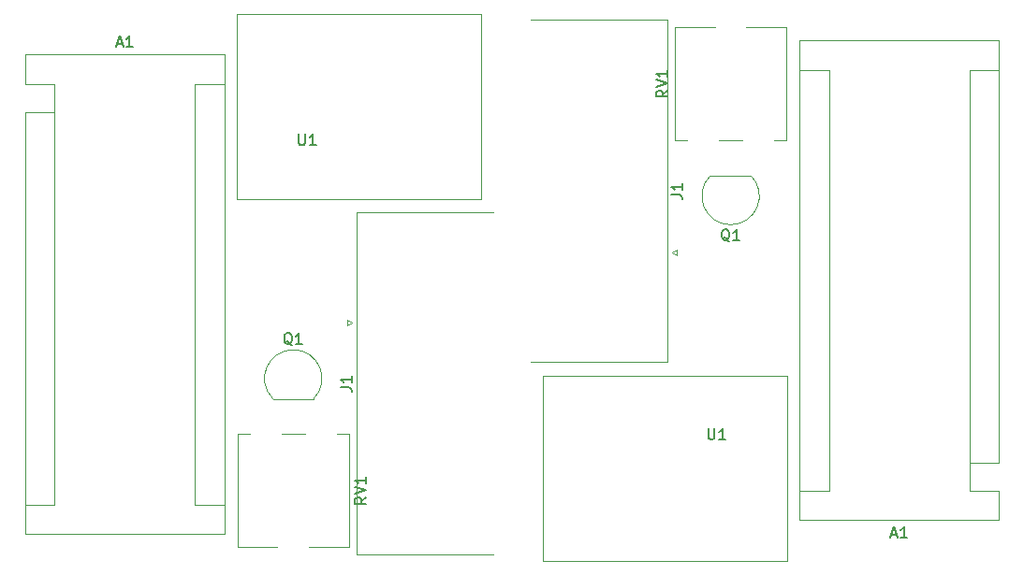
<source format=gbr>
G04 #@! TF.GenerationSoftware,KiCad,Pcbnew,5.1.5-52549c5~84~ubuntu19.10.1*
G04 #@! TF.CreationDate,2020-04-18T11:45:40+03:00*
G04 #@! TF.ProjectId,hymTracker_Panel,68796d54-7261-4636-9b65-725f50616e65,rev?*
G04 #@! TF.SameCoordinates,Original*
G04 #@! TF.FileFunction,Legend,Top*
G04 #@! TF.FilePolarity,Positive*
%FSLAX46Y46*%
G04 Gerber Fmt 4.6, Leading zero omitted, Abs format (unit mm)*
G04 Created by KiCad (PCBNEW 5.1.5-52549c5~84~ubuntu19.10.1) date 2020-04-18 11:45:40*
%MOMM*%
%LPD*%
G04 APERTURE LIST*
%ADD10C,0.120000*%
%ADD11C,0.150000*%
G04 APERTURE END LIST*
D10*
X89887325Y-72494000D02*
X90320338Y-72244000D01*
X90320338Y-72744000D02*
X89887325Y-72494000D01*
X90320338Y-72244000D02*
X90320338Y-72744000D01*
X89426000Y-82439000D02*
X77086000Y-82439000D01*
X89426000Y-51469000D02*
X89426000Y-82439000D01*
X77086000Y-51469000D02*
X89426000Y-51469000D01*
X96611000Y-52134000D02*
X100206000Y-52134000D01*
X90165000Y-52134000D02*
X93761000Y-52134000D01*
X99111000Y-62374000D02*
X100206000Y-62374000D01*
X94112000Y-62374000D02*
X96261000Y-62374000D01*
X90165000Y-62374000D02*
X91260000Y-62374000D01*
X100206000Y-62374000D02*
X100206000Y-52134000D01*
X90165000Y-62374000D02*
X90165000Y-52134000D01*
X93347522Y-65575522D02*
G75*
G03X95186000Y-70014000I1838478J-1838478D01*
G01*
X97024478Y-65575522D02*
G75*
G02X95186000Y-70014000I-1838478J-1838478D01*
G01*
X96986000Y-65564000D02*
X93386000Y-65564000D01*
X101406000Y-96754000D02*
X119446000Y-96754000D01*
X101406000Y-53314000D02*
X101406000Y-96754000D01*
X119446000Y-53314000D02*
X101406000Y-53314000D01*
X116776000Y-55984000D02*
X119446000Y-55984000D01*
X116776000Y-91544000D02*
X116776000Y-55984000D01*
X116776000Y-91544000D02*
X119446000Y-91544000D01*
X104076000Y-55984000D02*
X101406000Y-55984000D01*
X104076000Y-94084000D02*
X104076000Y-55984000D01*
X104076000Y-94084000D02*
X101406000Y-94084000D01*
X119446000Y-96754000D02*
X119446000Y-94084000D01*
X119446000Y-91544000D02*
X119446000Y-53314000D01*
X116776000Y-94084000D02*
X119446000Y-94084000D01*
X116776000Y-91544000D02*
X116776000Y-94084000D01*
X78168000Y-100434000D02*
X78168000Y-83670000D01*
X100266000Y-100434000D02*
X78168000Y-100434000D01*
X100266000Y-83670000D02*
X100266000Y-100434000D01*
X78168000Y-83670000D02*
X100266000Y-83670000D01*
X73722000Y-99880000D02*
X61382000Y-99880000D01*
X61382000Y-99880000D02*
X61382000Y-68910000D01*
X61382000Y-68910000D02*
X73722000Y-68910000D01*
X60487662Y-79105000D02*
X60487662Y-78605000D01*
X60487662Y-78605000D02*
X60920675Y-78855000D01*
X60920675Y-78855000D02*
X60487662Y-79105000D01*
X72640000Y-67679000D02*
X50542000Y-67679000D01*
X50542000Y-67679000D02*
X50542000Y-50915000D01*
X50542000Y-50915000D02*
X72640000Y-50915000D01*
X72640000Y-50915000D02*
X72640000Y-67679000D01*
X34032000Y-59805000D02*
X34032000Y-57265000D01*
X34032000Y-57265000D02*
X31362000Y-57265000D01*
X31362000Y-59805000D02*
X31362000Y-98035000D01*
X31362000Y-54595000D02*
X31362000Y-57265000D01*
X46732000Y-57265000D02*
X49402000Y-57265000D01*
X46732000Y-57265000D02*
X46732000Y-95365000D01*
X46732000Y-95365000D02*
X49402000Y-95365000D01*
X34032000Y-59805000D02*
X31362000Y-59805000D01*
X34032000Y-59805000D02*
X34032000Y-95365000D01*
X34032000Y-95365000D02*
X31362000Y-95365000D01*
X31362000Y-98035000D02*
X49402000Y-98035000D01*
X49402000Y-98035000D02*
X49402000Y-54595000D01*
X49402000Y-54595000D02*
X31362000Y-54595000D01*
X53822000Y-85785000D02*
X57422000Y-85785000D01*
X53783522Y-85773478D02*
G75*
G02X55622000Y-81335000I1838478J1838478D01*
G01*
X57460478Y-85773478D02*
G75*
G03X55622000Y-81335000I-1838478J1838478D01*
G01*
X60643000Y-88975000D02*
X60643000Y-99215000D01*
X50602000Y-88975000D02*
X50602000Y-99215000D01*
X60643000Y-88975000D02*
X59548000Y-88975000D01*
X56696000Y-88975000D02*
X54547000Y-88975000D01*
X51697000Y-88975000D02*
X50602000Y-88975000D01*
X60643000Y-99215000D02*
X57047000Y-99215000D01*
X54197000Y-99215000D02*
X50602000Y-99215000D01*
D11*
X89818380Y-67287333D02*
X90532666Y-67287333D01*
X90675523Y-67334952D01*
X90770761Y-67430190D01*
X90818380Y-67573047D01*
X90818380Y-67668285D01*
X90818380Y-66287333D02*
X90818380Y-66858761D01*
X90818380Y-66573047D02*
X89818380Y-66573047D01*
X89961238Y-66668285D01*
X90056476Y-66763523D01*
X90104095Y-66858761D01*
X89488380Y-57849238D02*
X89012190Y-58182571D01*
X89488380Y-58420666D02*
X88488380Y-58420666D01*
X88488380Y-58039714D01*
X88536000Y-57944476D01*
X88583619Y-57896857D01*
X88678857Y-57849238D01*
X88821714Y-57849238D01*
X88916952Y-57896857D01*
X88964571Y-57944476D01*
X89012190Y-58039714D01*
X89012190Y-58420666D01*
X88488380Y-57563523D02*
X89488380Y-57230190D01*
X88488380Y-56896857D01*
X89488380Y-56039714D02*
X89488380Y-56611142D01*
X89488380Y-56325428D02*
X88488380Y-56325428D01*
X88631238Y-56420666D01*
X88726476Y-56515904D01*
X88774095Y-56611142D01*
X95090761Y-71521619D02*
X94995523Y-71474000D01*
X94900285Y-71378761D01*
X94757428Y-71235904D01*
X94662190Y-71188285D01*
X94566952Y-71188285D01*
X94614571Y-71426380D02*
X94519333Y-71378761D01*
X94424095Y-71283523D01*
X94376476Y-71093047D01*
X94376476Y-70759714D01*
X94424095Y-70569238D01*
X94519333Y-70474000D01*
X94614571Y-70426380D01*
X94805047Y-70426380D01*
X94900285Y-70474000D01*
X94995523Y-70569238D01*
X95043142Y-70759714D01*
X95043142Y-71093047D01*
X94995523Y-71283523D01*
X94900285Y-71378761D01*
X94805047Y-71426380D01*
X94614571Y-71426380D01*
X95995523Y-71426380D02*
X95424095Y-71426380D01*
X95709809Y-71426380D02*
X95709809Y-70426380D01*
X95614571Y-70569238D01*
X95519333Y-70664476D01*
X95424095Y-70712095D01*
X109711714Y-98060666D02*
X110187904Y-98060666D01*
X109616476Y-98346380D02*
X109949809Y-97346380D01*
X110283142Y-98346380D01*
X111140285Y-98346380D02*
X110568857Y-98346380D01*
X110854571Y-98346380D02*
X110854571Y-97346380D01*
X110759333Y-97489238D01*
X110664095Y-97584476D01*
X110568857Y-97632095D01*
X93154095Y-88456380D02*
X93154095Y-89265904D01*
X93201714Y-89361142D01*
X93249333Y-89408761D01*
X93344571Y-89456380D01*
X93535047Y-89456380D01*
X93630285Y-89408761D01*
X93677904Y-89361142D01*
X93725523Y-89265904D01*
X93725523Y-88456380D01*
X94725523Y-89456380D02*
X94154095Y-89456380D01*
X94439809Y-89456380D02*
X94439809Y-88456380D01*
X94344571Y-88599238D01*
X94249333Y-88694476D01*
X94154095Y-88742095D01*
X59894380Y-84728333D02*
X60608666Y-84728333D01*
X60751523Y-84775952D01*
X60846761Y-84871190D01*
X60894380Y-85014047D01*
X60894380Y-85109285D01*
X60894380Y-83728333D02*
X60894380Y-84299761D01*
X60894380Y-84014047D02*
X59894380Y-84014047D01*
X60037238Y-84109285D01*
X60132476Y-84204523D01*
X60180095Y-84299761D01*
X56130095Y-61797380D02*
X56130095Y-62606904D01*
X56177714Y-62702142D01*
X56225333Y-62749761D01*
X56320571Y-62797380D01*
X56511047Y-62797380D01*
X56606285Y-62749761D01*
X56653904Y-62702142D01*
X56701523Y-62606904D01*
X56701523Y-61797380D01*
X57701523Y-62797380D02*
X57130095Y-62797380D01*
X57415809Y-62797380D02*
X57415809Y-61797380D01*
X57320571Y-61940238D01*
X57225333Y-62035476D01*
X57130095Y-62083095D01*
X39667714Y-53621666D02*
X40143904Y-53621666D01*
X39572476Y-53907380D02*
X39905809Y-52907380D01*
X40239142Y-53907380D01*
X41096285Y-53907380D02*
X40524857Y-53907380D01*
X40810571Y-53907380D02*
X40810571Y-52907380D01*
X40715333Y-53050238D01*
X40620095Y-53145476D01*
X40524857Y-53193095D01*
X55526761Y-80922619D02*
X55431523Y-80875000D01*
X55336285Y-80779761D01*
X55193428Y-80636904D01*
X55098190Y-80589285D01*
X55002952Y-80589285D01*
X55050571Y-80827380D02*
X54955333Y-80779761D01*
X54860095Y-80684523D01*
X54812476Y-80494047D01*
X54812476Y-80160714D01*
X54860095Y-79970238D01*
X54955333Y-79875000D01*
X55050571Y-79827380D01*
X55241047Y-79827380D01*
X55336285Y-79875000D01*
X55431523Y-79970238D01*
X55479142Y-80160714D01*
X55479142Y-80494047D01*
X55431523Y-80684523D01*
X55336285Y-80779761D01*
X55241047Y-80827380D01*
X55050571Y-80827380D01*
X56431523Y-80827380D02*
X55860095Y-80827380D01*
X56145809Y-80827380D02*
X56145809Y-79827380D01*
X56050571Y-79970238D01*
X55955333Y-80065476D01*
X55860095Y-80113095D01*
X62224380Y-94690238D02*
X61748190Y-95023571D01*
X62224380Y-95261666D02*
X61224380Y-95261666D01*
X61224380Y-94880714D01*
X61272000Y-94785476D01*
X61319619Y-94737857D01*
X61414857Y-94690238D01*
X61557714Y-94690238D01*
X61652952Y-94737857D01*
X61700571Y-94785476D01*
X61748190Y-94880714D01*
X61748190Y-95261666D01*
X61224380Y-94404523D02*
X62224380Y-94071190D01*
X61224380Y-93737857D01*
X62224380Y-92880714D02*
X62224380Y-93452142D01*
X62224380Y-93166428D02*
X61224380Y-93166428D01*
X61367238Y-93261666D01*
X61462476Y-93356904D01*
X61510095Y-93452142D01*
M02*

</source>
